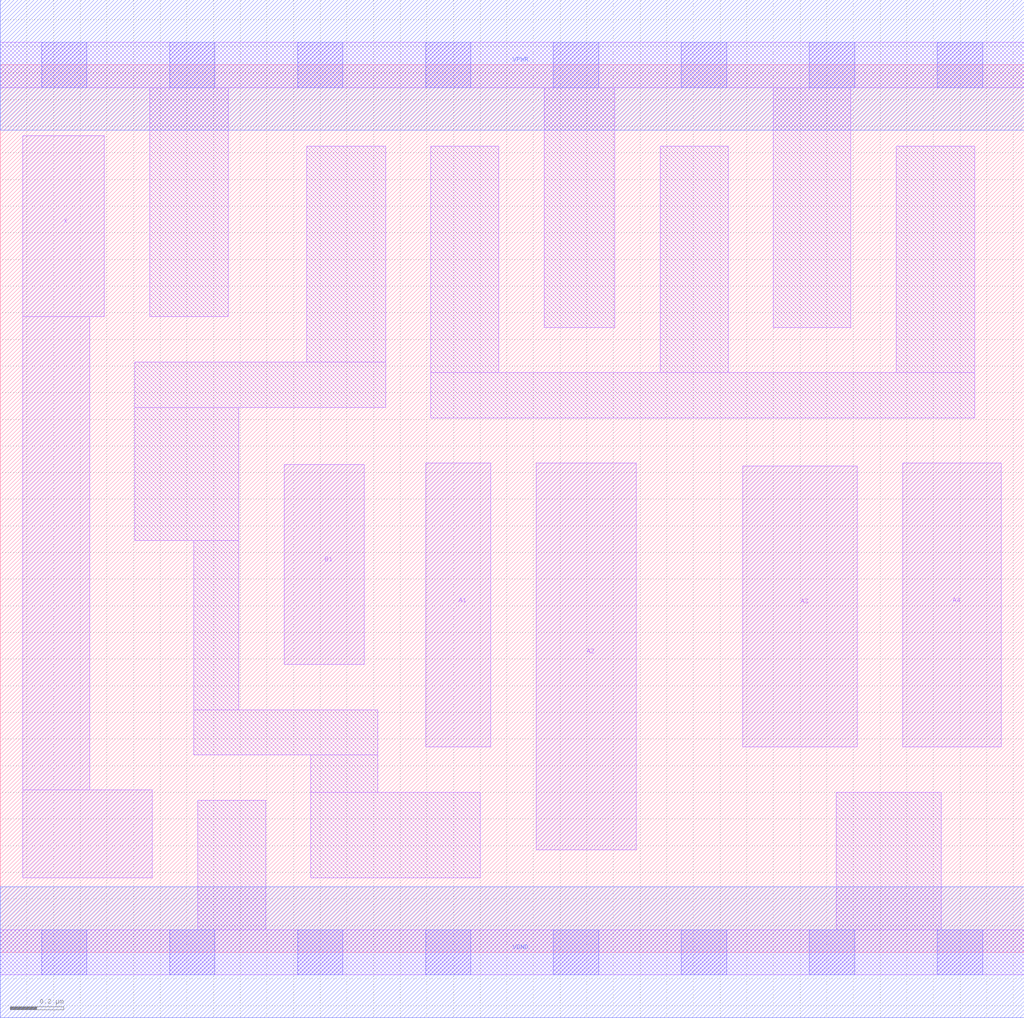
<source format=lef>
# Copyright 2020 The SkyWater PDK Authors
#
# Licensed under the Apache License, Version 2.0 (the "License");
# you may not use this file except in compliance with the License.
# You may obtain a copy of the License at
#
#     https://www.apache.org/licenses/LICENSE-2.0
#
# Unless required by applicable law or agreed to in writing, software
# distributed under the License is distributed on an "AS IS" BASIS,
# WITHOUT WARRANTIES OR CONDITIONS OF ANY KIND, either express or implied.
# See the License for the specific language governing permissions and
# limitations under the License.
#
# SPDX-License-Identifier: Apache-2.0

VERSION 5.7 ;
  NAMESCASESENSITIVE ON ;
  NOWIREEXTENSIONATPIN ON ;
  DIVIDERCHAR "/" ;
  BUSBITCHARS "[]" ;
UNITS
  DATABASE MICRONS 200 ;
END UNITS
MACRO sky130_fd_sc_lp__a41o_0
  CLASS CORE ;
  FOREIGN sky130_fd_sc_lp__a41o_0 ;
  ORIGIN  0.000000  0.000000 ;
  SIZE  3.840000 BY  3.330000 ;
  SYMMETRY X Y R90 ;
  SITE unit ;
  PIN A1
    ANTENNAGATEAREA  0.159000 ;
    DIRECTION INPUT ;
    USE SIGNAL ;
    PORT
      LAYER li1 ;
        RECT 1.595000 0.770000 1.840000 1.835000 ;
    END
  END A1
  PIN A2
    ANTENNAGATEAREA  0.159000 ;
    DIRECTION INPUT ;
    USE SIGNAL ;
    PORT
      LAYER li1 ;
        RECT 2.010000 0.385000 2.385000 1.835000 ;
    END
  END A2
  PIN A3
    ANTENNAGATEAREA  0.159000 ;
    DIRECTION INPUT ;
    USE SIGNAL ;
    PORT
      LAYER li1 ;
        RECT 2.785000 0.770000 3.215000 1.825000 ;
    END
  END A3
  PIN A4
    ANTENNAGATEAREA  0.159000 ;
    DIRECTION INPUT ;
    USE SIGNAL ;
    PORT
      LAYER li1 ;
        RECT 3.385000 0.770000 3.755000 1.835000 ;
    END
  END A4
  PIN B1
    ANTENNAGATEAREA  0.159000 ;
    DIRECTION INPUT ;
    USE SIGNAL ;
    PORT
      LAYER li1 ;
        RECT 1.065000 1.080000 1.365000 1.830000 ;
    END
  END B1
  PIN X
    ANTENNADIFFAREA  0.280900 ;
    DIRECTION OUTPUT ;
    USE SIGNAL ;
    PORT
      LAYER li1 ;
        RECT 0.085000 0.280000 0.570000 0.610000 ;
        RECT 0.085000 0.610000 0.335000 2.385000 ;
        RECT 0.085000 2.385000 0.390000 3.065000 ;
    END
  END X
  PIN VGND
    DIRECTION INOUT ;
    USE GROUND ;
    PORT
      LAYER met1 ;
        RECT 0.000000 -0.245000 3.840000 0.245000 ;
    END
  END VGND
  PIN VPWR
    DIRECTION INOUT ;
    USE POWER ;
    PORT
      LAYER met1 ;
        RECT 0.000000 3.085000 3.840000 3.575000 ;
    END
  END VPWR
  OBS
    LAYER li1 ;
      RECT 0.000000 -0.085000 3.840000 0.085000 ;
      RECT 0.000000  3.245000 3.840000 3.415000 ;
      RECT 0.505000  1.545000 0.895000 2.045000 ;
      RECT 0.505000  2.045000 1.445000 2.215000 ;
      RECT 0.560000  2.385000 0.855000 3.245000 ;
      RECT 0.725000  0.740000 1.415000 0.910000 ;
      RECT 0.725000  0.910000 0.895000 1.545000 ;
      RECT 0.740000  0.085000 0.995000 0.570000 ;
      RECT 1.150000  2.215000 1.445000 3.025000 ;
      RECT 1.165000  0.280000 1.800000 0.600000 ;
      RECT 1.165000  0.600000 1.415000 0.740000 ;
      RECT 1.615000  2.005000 3.655000 2.175000 ;
      RECT 1.615000  2.175000 1.870000 3.025000 ;
      RECT 2.040000  2.345000 2.305000 3.245000 ;
      RECT 2.475000  2.175000 2.730000 3.025000 ;
      RECT 2.900000  2.345000 3.190000 3.245000 ;
      RECT 3.135000  0.085000 3.530000 0.600000 ;
      RECT 3.360000  2.175000 3.655000 3.025000 ;
    LAYER mcon ;
      RECT 0.155000 -0.085000 0.325000 0.085000 ;
      RECT 0.155000  3.245000 0.325000 3.415000 ;
      RECT 0.635000 -0.085000 0.805000 0.085000 ;
      RECT 0.635000  3.245000 0.805000 3.415000 ;
      RECT 1.115000 -0.085000 1.285000 0.085000 ;
      RECT 1.115000  3.245000 1.285000 3.415000 ;
      RECT 1.595000 -0.085000 1.765000 0.085000 ;
      RECT 1.595000  3.245000 1.765000 3.415000 ;
      RECT 2.075000 -0.085000 2.245000 0.085000 ;
      RECT 2.075000  3.245000 2.245000 3.415000 ;
      RECT 2.555000 -0.085000 2.725000 0.085000 ;
      RECT 2.555000  3.245000 2.725000 3.415000 ;
      RECT 3.035000 -0.085000 3.205000 0.085000 ;
      RECT 3.035000  3.245000 3.205000 3.415000 ;
      RECT 3.515000 -0.085000 3.685000 0.085000 ;
      RECT 3.515000  3.245000 3.685000 3.415000 ;
  END
END sky130_fd_sc_lp__a41o_0
END LIBRARY

</source>
